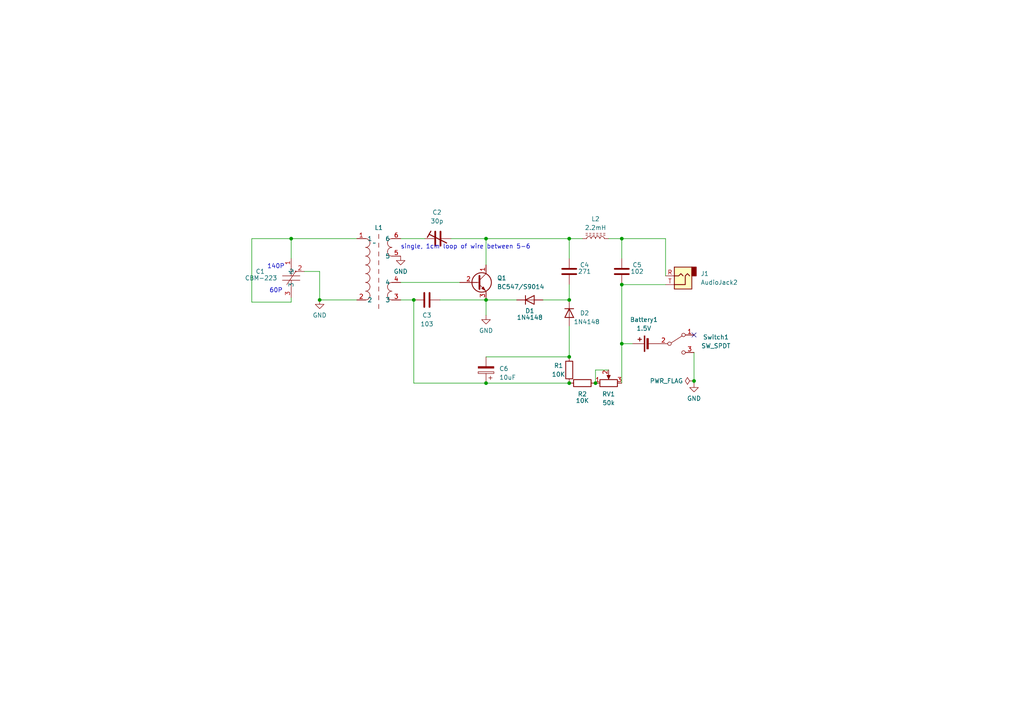
<source format=kicad_sch>
(kicad_sch (version 20230121) (generator eeschema)
  (paper "A4")
  (lib_symbols
    (symbol "Connector_Audio:AudioJack2"
      (property "Reference" "J1" (at -5.08 -0.635 0))
      (property "Value" "AudioJack2" (at -5.08 1.905 0))
      (symbol "AudioJack2_0_1"
        (rectangle (start -3.81 0) (end -2.54 -2.54) (stroke (width 0.254)) (fill (type outline)))
        (rectangle (start -2.54 3.81) (end 2.54 -2.54) (stroke (width 0.254)) (fill (type background)))
        (polyline (pts (xy 0 0) (xy 0.635 -0.635) (xy 1.27 0) (xy 2.54 0)) (stroke (width 0.254)))
        (polyline (pts (xy 2.54 2.54) (xy -0.635 2.54) (xy -0.635 0) (xy -1.27 -0.635) (xy -1.905 0)) (stroke (width 0.254)))
      )
      (symbol "AudioJack2_1_1"
        (pin passive line (at 5.08 0 180) (length 2.54) (name "~") (number "R"))
        (pin passive line (at 5.08 2.54 180) (length 2.54) (name "~") (number "T"))
      )
    )
    (symbol "Device:Battery_Cell" (pin_numbers hide) (pin_names (offset 0) hide)
      (property "Reference" "BT" (at 2.54 2.54 0))
      (property "Value" "Battery_Cell" (at 2.54 0 0))
      (symbol "Battery_Cell_0_1"
        (rectangle (start -2.286 1.778) (end 2.286 1.524) (fill (type outline)))
        (rectangle (start -1.524 1.016) (end 1.524 0.508) (fill (type outline)))
        (polyline (pts (xy 0 0.762) (xy 0 0)))
        (polyline (pts (xy 0 1.778) (xy 0 2.54)))
        (polyline (pts (xy 0.762 3.048) (xy 1.778 3.048)) (stroke (width 0.254)))
        (polyline (pts (xy 1.27 3.556) (xy 1.27 2.54)) (stroke (width 0.254)))
      )
      (symbol "Battery_Cell_1_1"
        (pin passive line (at 0 5.08 270) (length 2.54) (name "+") (number "1"))
        (pin passive line (at 0 -2.54 90) (length 2.54) (name "-") (number "2"))
      )
    )
    (symbol "Device:C" (pin_numbers hide) (pin_names (offset 0.254))
      (property "Reference" "C" (at 0.635 2.54 0))
      (property "Value" "C" (at 0.635 -2.54 0))
      (symbol "C_0_1"
        (polyline (pts (xy -2.032 -0.762) (xy 2.032 -0.762)) (stroke (width 0.508)))
        (polyline (pts (xy -2.032 0.762) (xy 2.032 0.762)) (stroke (width 0.508)))
      )
      (symbol "C_1_1"
        (pin passive line (at 0 3.81 270) (length 2.794) (name "~") (number "1"))
        (pin passive line (at 0 -3.81 90) (length 2.794) (name "~") (number "2"))
      )
    )
    (symbol "Device:C_Polarized" (pin_numbers hide) (pin_names (offset 0.254))
      (property "Reference" "C" (at 0.635 2.54 0))
      (property "Value" "C_Polarized" (at 0.635 -2.54 0))
      (symbol "C_Polarized_0_1"
        (rectangle (start -2.286 0.508) (end 2.286 1.016))
        (polyline (pts (xy -1.778 2.286) (xy -0.762 2.286)))
        (polyline (pts (xy -1.27 2.794) (xy -1.27 1.778)))
        (rectangle (start 2.286 -0.508) (end -2.286 -1.016) (fill (type outline)))
      )
      (symbol "C_Polarized_1_1"
        (pin passive line (at 0 3.81 270) (length 2.794) (name "~") (number "1"))
        (pin passive line (at 0 -3.81 90) (length 2.794) (name "~") (number "2"))
      )
    )
    (symbol "Device:C_Trim" (pin_numbers hide) (pin_names (offset 0.254) hide)
      (property "Reference" "C" (at 1.524 -2.032 0))
      (property "Value" "C_Trim" (at 3.048 -3.556 0))
      (symbol "C_Trim_0_1"
        (polyline (pts (xy -2.032 -0.762) (xy 2.032 -0.762)) (stroke (width 0.508)))
        (polyline (pts (xy -2.032 0.762) (xy 2.032 0.762)) (stroke (width 0.508)))
        (polyline (pts (xy 1.27 2.54) (xy -1.27 -2.54)) (stroke (width 0.3048)))
        (polyline (pts (xy 1.27 2.54) (xy 0.381 3.048)) (stroke (width 0.3048)))
        (polyline (pts (xy 1.27 2.54) (xy 2.159 2.032)) (stroke (width 0.3048)))
      )
      (symbol "C_Trim_1_1"
        (pin passive line (at 0 3.81 270) (length 3.048) (name "~") (number "1"))
        (pin passive line (at 0 -3.81 90) (length 3.048) (name "~") (number "2"))
      )
    )
    (symbol "Device:L_Ferrite" (pin_numbers hide) (pin_names (offset 1.016) hide)
      (property "Reference" "L" (at -1.27 0 90))
      (property "Value" "L_Ferrite" (at 2.794 0 90))
      (symbol "L_Ferrite_0_1"
        (arc (start 0 -2.54) (mid 0.6323 -1.905) (end 0 -1.27))
        (arc (start 0 -1.27) (mid 0.6323 -0.635) (end 0 0))
        (polyline (pts (xy 1.016 -2.794) (xy 1.016 -2.286)))
        (polyline (pts (xy 1.016 -1.778) (xy 1.016 -1.27)))
        (polyline (pts (xy 1.016 -0.762) (xy 1.016 -0.254)))
        (polyline (pts (xy 1.016 0.254) (xy 1.016 0.762)))
        (polyline (pts (xy 1.016 1.27) (xy 1.016 1.778)))
        (polyline (pts (xy 1.016 2.286) (xy 1.016 2.794)))
        (polyline (pts (xy 1.524 -2.286) (xy 1.524 -2.794)))
        (polyline (pts (xy 1.524 -1.27) (xy 1.524 -1.778)))
        (polyline (pts (xy 1.524 -0.254) (xy 1.524 -0.762)))
        (polyline (pts (xy 1.524 0.762) (xy 1.524 0.254)))
        (polyline (pts (xy 1.524 1.778) (xy 1.524 1.27)))
        (polyline (pts (xy 1.524 2.794) (xy 1.524 2.286)))
        (arc (start 0 0) (mid 0.6323 0.635) (end 0 1.27))
        (arc (start 0 1.27) (mid 0.6323 1.905) (end 0 2.54))
      )
      (symbol "L_Ferrite_1_1"
        (pin passive line (at 0 3.81 270) (length 1.27) (name "1") (number "1"))
        (pin passive line (at 0 -3.81 90) (length 1.27) (name "2") (number "2"))
      )
    )
    (symbol "Device:R" (pin_numbers hide) (pin_names (offset 0))
      (property "Reference" "R" (at 2.032 0 90))
      (property "Value" "R" (at 0 0 90))
      (symbol "R_0_1"
        (rectangle (start -1.016 -2.54) (end 1.016 2.54) (stroke (width 0.254)))
      )
      (symbol "R_1_1"
        (pin passive line (at 0 3.81 270) (length 1.27) (name "~") (number "1"))
        (pin passive line (at 0 -3.81 90) (length 1.27) (name "~") (number "2"))
      )
    )
    (symbol "Device:R_Potentiometer" (pin_names (offset 1.016) hide)
      (property "Reference" "RV" (at -4.445 0 90))
      (property "Value" "R_Potentiometer" (at -2.54 0 90))
      (symbol "R_Potentiometer_0_1"
        (polyline (pts (xy 2.54 0) (xy 1.524 0)))
        (polyline (pts (xy 1.143 0) (xy 2.286 0.508) (xy 2.286 -0.508) (xy 1.143 0)) (fill (type outline)))
        (rectangle (start 1.016 2.54) (end -1.016 -2.54) (stroke (width 0.254)))
      )
      (symbol "R_Potentiometer_1_1"
        (pin passive line (at 0 3.81 270) (length 1.27) (name "1") (number "1"))
        (pin passive line (at 3.81 0 180) (length 1.27) (name "2") (number "2"))
        (pin passive line (at 0 -3.81 90) (length 1.27) (name "3") (number "3"))
      )
    )
    (symbol "Diode:1N4148" (pin_numbers hide) (pin_names hide)
      (property "Reference" "D" (at 0 2.54 0))
      (property "Value" "1N4148" (at 0 -2.54 0))
      (symbol "1N4148_0_1"
        (polyline (pts (xy -1.27 1.27) (xy -1.27 -1.27)) (stroke (width 0.254)))
        (polyline (pts (xy 1.27 0) (xy -1.27 0)))
        (polyline (pts (xy 1.27 1.27) (xy 1.27 -1.27) (xy -1.27 0) (xy 1.27 1.27)) (stroke (width 0.254)))
      )
      (symbol "1N4148_1_1"
        (pin passive line (at -3.81 0 0) (length 2.54) (name "K") (number "1"))
        (pin passive line (at 3.81 0 180) (length 2.54) (name "A") (number "2"))
      )
    )
    (symbol "Switch:SW_SPDT" (pin_names (offset 0) hide)
      (property "Reference" "SW" (at 0 4.318 0))
      (property "Value" "SW_SPDT" (at 0 -5.08 0))
      (symbol "SW_SPDT_0_0"
        (circle (center -2.032 0) (radius 0.508))
        (circle (center 2.032 -2.54) (radius 0.508))
      )
      (symbol "SW_SPDT_0_1"
        (polyline (pts (xy -1.524 0.254) (xy 1.651 2.286)))
        (circle (center 2.032 2.54) (radius 0.508))
      )
      (symbol "SW_SPDT_1_1"
        (pin passive line (at 5.08 2.54 180) (length 2.54) (name "A") (number "1"))
        (pin passive line (at -5.08 0 0) (length 2.54) (name "B") (number "2"))
        (pin passive line (at 5.08 -2.54 180) (length 2.54) (name "C") (number "3"))
      )
    )
    (symbol "Transistor_BJT:BC547" (pin_names (offset 0) hide)
      (property "Reference" "Q" (at 5.08 1.905 0))
      (property "Value" "BC547" (at 5.08 0 0))
      (symbol "BC547_0_1"
        (polyline (pts (xy 0 0) (xy 0.635 0)))
        (polyline (pts (xy 0.635 0.635) (xy 2.54 2.54)))
        (polyline (pts (xy 0.635 -0.635) (xy 2.54 -2.54) (xy 2.54 -2.54)))
        (polyline (pts (xy 0.635 1.905) (xy 0.635 -1.905) (xy 0.635 -1.905)) (stroke (width 0.508)))
        (polyline (pts (xy 1.27 -1.778) (xy 1.778 -1.27) (xy 2.286 -2.286) (xy 1.27 -1.778) (xy 1.27 -1.778)) (fill (type outline)))
        (circle (center 1.27 0) (radius 2.8194) (stroke (width 0.254)))
      )
      (symbol "BC547_1_1"
        (pin passive line (at 2.54 5.08 270) (length 2.54) (name "C") (number "1"))
        (pin input line (at -5.08 0 0) (length 5.08) (name "B") (number "2"))
        (pin passive line (at 2.54 -5.08 90) (length 2.54) (name "E") (number "3"))
      )
    )
    (symbol "custom_symbols_9014x1:CBM-223P"
      (property "Reference" "C1" (at -1.905 -1.905 0))
      (property "Value" "CBM-223 " (at 0 0 0))
      (symbol "CBM-223P_0_1"
        (polyline (pts (xy 3.81 -3.81) (xy 6.35 0)))
        (polyline (pts (xy 5.08 -5.08) (xy 5.08 -2.54) (xy 2.54 -2.54) (xy 7.62 -2.54)))
        (polyline (pts (xy 5.08 1.27) (xy 5.08 -1.27) (xy 7.62 -1.27) (xy 2.54 -1.27)))
        (polyline (pts (xy 6.1976 0.127) (xy 6.477 0.127) (xy 6.477 -0.1778) (xy 6.477 -0.0508)))
      )
      (symbol "CBM-223P_1_1"
        (pin passive line (at 5.08 3.81 270) (length 2.54) (name "1") (number "1"))
        (pin passive line (at 8.89 0 180) (length 2.54) (name "2") (number "2"))
        (pin passive line (at 5.08 -7.62 90) (length 2.54) (name "3") (number "3"))
      )
    )
    (symbol "custom_symbols_9014x2:Ferrite_Antenna"
      (property "Reference" "L1" (at 1.27 4.445 0))
      (property "Value" "~" (at 0 0 0))
      (symbol "Ferrite_Antenna_0_1"
        (arc (start -2.54 -16.51) (mid -1.642 -16.138) (end -1.27 -15.24))
        (arc (start -2.54 -13.97) (mid -1.642 -13.598) (end -1.27 -12.7))
        (arc (start -2.54 -11.43) (mid -1.642 -11.058) (end -1.27 -10.16))
        (arc (start -2.54 -8.89) (mid -1.642 -8.518) (end -1.27 -7.62))
        (arc (start -2.54 -6.35) (mid -1.642 -5.978) (end -1.27 -5.08))
        (arc (start -2.54 -3.81) (mid -1.642 -3.438) (end -1.27 -2.54))
        (arc (start -2.54 -1.27) (mid -1.642 -0.898) (end -1.27 0))
        (arc (start -1.27 -15.24) (mid -1.642 -14.342) (end -2.54 -13.97))
        (arc (start -1.27 -12.7) (mid -1.642 -11.802) (end -2.54 -11.43))
        (arc (start -1.27 -10.16) (mid -1.642 -9.262) (end -2.54 -8.89))
        (arc (start -1.27 -7.62) (mid -1.642 -6.722) (end -2.54 -6.35))
        (arc (start -1.27 -5.08) (mid -1.642 -4.182) (end -2.54 -3.81))
        (arc (start -1.27 -2.54) (mid -1.642 -1.642) (end -2.54 -1.27))
        (arc (start -1.27 0) (mid -1.642 0.898) (end -2.54 1.27))
        (polyline (pts (xy 1.27 -19.05) (xy 1.27 -17.78)))
        (polyline (pts (xy 1.27 -16.51) (xy 1.27 -15.24)))
        (polyline (pts (xy 1.27 -13.97) (xy 1.27 -12.7)))
        (polyline (pts (xy 1.27 -11.43) (xy 1.27 -10.16)))
        (polyline (pts (xy 1.27 -8.89) (xy 1.27 -7.62)))
        (polyline (pts (xy 1.27 -6.35) (xy 1.27 -5.08)))
        (polyline (pts (xy 1.27 -3.81) (xy 1.27 -2.54)))
        (polyline (pts (xy 1.27 -1.27) (xy 1.27 0)))
        (polyline (pts (xy 1.27 1.27) (xy 1.27 2.54)))
        (arc (start 3.81 -15.24) (mid 4.182 -16.138) (end 5.08 -16.51))
        (arc (start 3.81 -12.7) (mid 4.182 -13.598) (end 5.08 -13.97))
        (arc (start 3.81 -2.54) (mid 4.182 -3.438) (end 5.08 -3.81))
        (arc (start 3.81 0) (mid 4.182 -0.898) (end 5.08 -1.27))
        (arc (start 5.08 -13.97) (mid 4.182 -14.342) (end 3.81 -15.24))
        (arc (start 5.08 -11.43) (mid 4.182 -11.802) (end 3.81 -12.7))
        (arc (start 5.08 -1.27) (mid 4.182 -1.642) (end 3.81 -2.54))
        (arc (start 5.08 1.27) (mid 4.182 0.898) (end 3.81 0))
      )
      (symbol "Ferrite_Antenna_1_1"
        (pin passive line (at -5.08 1.27 0) (length 2.54) (name "1") (number "1"))
        (pin passive line (at -5.08 -16.51 0) (length 2.54) (name "2") (number "2"))
        (pin passive line (at 7.62 -16.51 180) (length 2.54) (name "3") (number "3"))
        (pin passive line (at 7.62 -11.43 180) (length 2.54) (name "4") (number "4"))
        (pin passive line (at 7.62 -3.81 180) (length 2.54) (name "5") (number "5"))
        (pin passive line (at 7.62 1.27 180) (length 2.54) (name "6") (number "6"))
      )
    )
    (symbol "power:GND" (power) (pin_names (offset 0))
      (property "Value" "GND" (at 0 -3.81 0))
      (symbol "GND_0_1"
        (polyline (pts (xy 0 0) (xy 0 -1.27) (xy 1.27 -1.27) (xy 0 -2.54) (xy -1.27 -1.27) (xy 0 -1.27)))
      )
      (symbol "GND_1_1"
        (pin power_in line (at 0 0 270) (length 0) hide (name "GND") (number "1"))
      )
    )
    (symbol "power:PWR_FLAG" (power) (pin_numbers hide) (pin_names (offset 0) hide)
      (property "Value" "PWR_FLAG" (at 0 3.81 0))
      (symbol "PWR_FLAG_0_0"
        (pin power_out line (at 0 0 90) (length 0) (name "pwr") (number "1"))
      )
      (symbol "PWR_FLAG_0_1"
        (polyline (pts (xy 0 0) (xy 0 1.27) (xy -1.016 1.905) (xy 0 2.54) (xy 1.016 1.905) (xy 0 1.27)))
      )
    )
  )
  (junction (at 120.015 86.995))
  (junction (at 165.1 69.215))
  (junction (at 165.1 86.995))
  (junction (at 165.1 103.505))
  (junction (at 140.97 69.215))
  (junction (at 92.71 86.995))
  (junction (at 84.455 69.215))
  (junction (at 140.97 86.995))
  (junction (at 180.34 69.215))
  (junction (at 165.1 111.125))
  (junction (at 180.34 99.695))
  (junction (at 140.97 111.125))
  (junction (at 201.295 110.49))
  (junction (at 172.72 111.125))
  (junction (at 180.34 82.55))
  (no_connect (at 201.295 97.155))
  (wire (pts (xy 140.97 69.215) (xy 165.1 69.215)))
  (wire (pts (xy 116.205 69.215) (xy 123.19 69.215)))
  (wire (pts (xy 127.635 86.995) (xy 140.97 86.995)))
  (wire (pts (xy 73.025 69.215) (xy 84.455 69.215)))
  (wire (pts (xy 157.48 86.995) (xy 165.1 86.995)))
  (wire (pts (xy 88.265 78.74) (xy 92.71 78.74)))
  (wire (pts (xy 84.455 86.36) (xy 84.455 87.63)))
  (wire (pts (xy 165.1 69.215) (xy 165.1 74.93)))
  (wire (pts (xy 165.1 103.505) (xy 140.97 103.505)))
  (wire (pts (xy 180.34 99.695) (xy 180.34 111.125)))
  (wire (pts (xy 201.295 110.49) (xy 201.295 111.125)))
  (wire (pts (xy 165.1 86.995) (xy 165.1 82.55)))
  (wire (pts (xy 140.97 86.995) (xy 149.86 86.995)))
  (wire (pts (xy 180.34 99.695) (xy 183.515 99.695)))
  (wire (pts (xy 103.505 69.215) (xy 84.455 69.215)))
  (wire (pts (xy 120.015 111.125) (xy 140.97 111.125)))
  (wire (pts (xy 172.72 107.315) (xy 172.72 111.125)))
  (wire (pts (xy 120.015 86.995) (xy 120.015 111.125)))
  (wire (pts (xy 180.34 69.215) (xy 180.34 74.93)))
  (wire (pts (xy 201.295 102.235) (xy 201.295 110.49)))
  (wire (pts (xy 116.205 81.915) (xy 133.35 81.915)))
  (wire (pts (xy 84.455 87.63) (xy 73.025 87.63)))
  (wire (pts (xy 73.025 87.63) (xy 73.025 69.215)))
  (wire (pts (xy 165.1 69.215) (xy 168.91 69.215)))
  (wire (pts (xy 176.53 107.315) (xy 172.72 107.315)))
  (wire (pts (xy 176.53 69.215) (xy 180.34 69.215)))
  (wire (pts (xy 165.1 94.615) (xy 165.1 103.505)))
  (wire (pts (xy 140.97 86.995) (xy 140.97 91.44)))
  (wire (pts (xy 193.04 69.215) (xy 180.34 69.215)))
  (wire (pts (xy 193.04 80.01) (xy 193.04 69.215)))
  (wire (pts (xy 116.205 86.995) (xy 120.015 86.995)))
  (wire (pts (xy 140.97 69.215) (xy 140.97 76.835)))
  (wire (pts (xy 84.455 69.215) (xy 84.455 74.93)))
  (wire (pts (xy 130.81 69.215) (xy 140.97 69.215)))
  (wire (pts (xy 180.34 82.55) (xy 193.04 82.55)))
  (wire (pts (xy 180.34 82.55) (xy 180.34 99.695)))
  (wire (pts (xy 140.97 111.125) (xy 165.1 111.125)))
  (wire (pts (xy 92.71 78.74) (xy 92.71 86.995)))
  (wire (pts (xy 92.71 86.995) (xy 103.505 86.995)))
  (text "140P" (at 77.47 78.105 0) (effects (font (size 1.27 1.27)) (justify left bottom)))
  (text "60P" (at 78.105 85.09 0) (effects (font (size 1.27 1.27)) (justify left bottom)))
  (text "single, 1cm loop of wire between 5-6 " (at 116.205 72.39 0) (effects (font (size 1.27 1.27)) (justify left bottom)))
  (symbol (lib_id "power:PWR_FLAG") (at 201.295 110.49 90) (unit 1)
    (property "Reference" "#FLG01" (effects hide))
    (property "Value" "PWR_FLAG" (at 198.12 110.49 90) (effects (justify left)))
  )
  (symbol (lib_id "Connector_Audio:AudioJack2") (at 198.12 80.01 180) (unit 1)
    (property "Reference" "J1" (at 203.2 79.375 0) (effects (justify right)))
    (property "Value" "AudioJack2" (at 203.2 81.915 0) (effects (justify right)))
    (property "Footprint" "Connector_Audio:Jack_3.5mm_CUI_SJ1-3525N_Horizontal" (effects hide))
  )
  (symbol (lib_id "Device:C") (at 180.34 78.74 180) (unit 1)
    (property "Reference" "C5" (at 184.785 76.835 0))
    (property "Value" "102" (at 184.785 78.74 0))
    (property "Footprint" "Capacitor_THT:C_Disc_D4.3mm_W1.9mm_P5.00mm" (effects hide))
  )
  (symbol (lib_id "Diode:1N4148") (at 153.67 86.995 0) (unit 1)
    (property "Reference" "D1" (at 153.67 90.17 0))
    (property "Value" "1N4148" (at 153.67 92.075 0))
    (property "Footprint" "Diode_THT:D_DO-35_SOD27_P7.62mm_Horizontal" (effects hide))
    (property "Datasheet" "https://assets.nexperia.com/documents/data-sheet/1N4148_1N4448.pdf" (effects hide))
    (property "Sim.Device" "D" (effects hide))
    (property "Sim.Pins" "1=K 2=A" (effects hide))
  )
  (symbol (lib_id "Device:L_Ferrite") (at 172.72 69.215 90) (unit 1)
    (property "Reference" "L2" (at 172.72 63.5 90))
    (property "Value" "2.2mH" (at 172.72 66.04 90))
    (property "Footprint" "Ferrite_THT:LairdTech_28C0236-0JW-10" (effects hide))
  )
  (symbol (lib_id "power:GND") (at 116.205 74.295 0) (unit 1)
    (property "Reference" "#PWR02" (effects hide))
    (property "Value" "GND" (at 116.205 78.74 0))
  )
  (symbol (lib_id "Device:C_Trim") (at 127 69.215 90) (unit 1)
    (property "Reference" "C2" (at 126.746 61.595 90))
    (property "Value" "30p" (at 126.746 64.135 90))
    (property "Footprint" "radio636footprints:VCAP_GKGXXX15_SGM" (effects hide))
  )
  (symbol (lib_id "Device:R") (at 168.91 111.125 90) (unit 1)
    (property "Reference" "R2" (at 168.91 114.3 90))
    (property "Value" "10K" (at 168.91 116.205 90))
    (property "Footprint" "Resistor_THT:R_Axial_DIN0207_L6.3mm_D2.5mm_P10.16mm_Horizontal" (effects hide))
  )
  (symbol (lib_id "power:GND") (at 92.71 86.995 0) (unit 1)
    (property "Reference" "#PWR01" (effects hide))
    (property "Value" "GND" (at 92.71 91.44 0))
  )
  (symbol (lib_id "Device:C") (at 165.1 78.74 180) (unit 1)
    (property "Reference" "C4" (at 169.545 76.835 0))
    (property "Value" "271" (at 169.545 78.74 0))
    (property "Footprint" "Capacitor_THT:C_Disc_D4.3mm_W1.9mm_P5.00mm" (effects hide))
  )
  (symbol (lib_id "custom_symbols_9014x2:Ferrite_Antenna") (at 108.585 70.485 0) (unit 1)
    (property "Reference" "L1" (at 109.855 66.04 0))
    (property "Value" "~" (at 108.585 70.485 0))
    (property "Footprint" "Inductor_THT:L_CommonMode_Toroid_Vertical_L43.2mm_W22.9mm_Px17.78mm_Py30.48mm_Bourns_8100" (effects hide))
  )
  (symbol (lib_id "Device:Battery_Cell") (at 188.595 99.695 90) (unit 1)
    (property "Reference" "Battery1" (at 186.7535 92.71 90))
    (property "Value" "1.5V" (at 186.7535 95.25 90))
    (property "Footprint" "Battery:BatteryHolder_Keystone_2460_1xAA" (effects hide))
  )
  (symbol (lib_id "Device:R") (at 165.1 107.315 0) (unit 1)
    (property "Reference" "R1" (at 160.655 106.045 0) (effects (justify left)))
    (property "Value" "10K" (at 160.02 108.585 0) (effects (justify left)))
    (property "Footprint" "Resistor_THT:R_Axial_DIN0207_L6.3mm_D2.5mm_P10.16mm_Horizontal" (effects hide))
  )
  (symbol (lib_id "Device:R_Potentiometer") (at 176.53 111.125 90) (unit 1)
    (property "Reference" "RV1" (at 176.53 114.3 90))
    (property "Value" "50k" (at 176.53 116.84 90))
    (property "Footprint" "radio636footprints:TRIM_3306F-1-503" (effects hide))
  )
  (symbol (lib_id "custom_symbols_9014x1:CBM-223P") (at 79.375 78.74 0) (unit 1)
    (property "Reference" "C1" (at 76.835 78.74 0) (effects (justify right)))
    (property "Value" "CBM-223 " (at 76.2 80.645 0))
    (property "Footprint" "Rotary_Encoder:RotaryEncoder_Bourns_Vertical_PEC12R-3x17F-Sxxxx" (effects hide))
  )
  (symbol (lib_id "Transistor_BJT:BC547") (at 138.43 81.915 0) (unit 1)
    (property "Reference" "Q1" (at 144.145 80.645 0) (effects (justify left)))
    (property "Value" "BC547/S9014" (at 144.145 83.185 0) (effects (justify left)))
    (property "Footprint" "Package_TO_SOT_THT:TO-92_Inline_Wide" (effects hide))
    (property "Datasheet" "https://www.onsemi.com/pub/Collateral/BC550-D.pdf" (effects hide))
  )
  (symbol (lib_id "power:GND") (at 140.97 91.44 0) (unit 1)
    (property "Reference" "#PWR03" (effects hide))
    (property "Value" "GND" (at 140.97 95.885 0))
  )
  (symbol (lib_id "Switch:SW_SPDT") (at 196.215 99.695 0) (unit 1)
    (property "Reference" "Switch1" (at 207.645 97.79 0))
    (property "Value" "SW_SPDT" (at 207.645 100.33 0))
    (property "Footprint" "Button_Switch_THT:SW_CuK_OS102011MA1QN1_SPDT_Angled" (effects hide))
  )
  (symbol (lib_id "Device:C") (at 123.825 86.995 270) (unit 1)
    (property "Reference" "C3" (at 123.825 91.44 90))
    (property "Value" "103" (at 123.825 93.98 90))
    (property "Footprint" "Capacitor_THT:C_Disc_D4.3mm_W1.9mm_P5.00mm" (effects hide))
  )
  (symbol (lib_id "power:GND") (at 201.295 111.125 0) (unit 1)
    (property "Reference" "#PWR04" (effects hide))
    (property "Value" "GND" (at 201.295 115.57 0))
  )
  (symbol (lib_id "Device:C_Polarized") (at 140.97 107.315 180) (unit 1)
    (property "Reference" "C6" (at 144.78 106.934 0) (effects (justify right)))
    (property "Value" "10uF" (at 144.78 109.474 0) (effects (justify right)))
    (property "Footprint" "Capacitor_THT:CP_Radial_D5.0mm_P2.50mm" (effects hide))
  )
  (symbol (lib_id "Diode:1N4148") (at 165.1 90.805 270) (unit 1)
    (property "Reference" "D2" (at 169.545 90.805 90))
    (property "Value" "1N4148" (at 170.18 93.345 90))
    (property "Footprint" "Diode_THT:D_DO-35_SOD27_P7.62mm_Horizontal" (effects hide))
    (property "Datasheet" "https://assets.nexperia.com/documents/data-sheet/1N4148_1N4448.pdf" (effects hide))
    (property "Sim.Device" "D" (effects hide))
    (property "Sim.Pins" "1=K 2=A" (effects hide))
  )
)
</source>
